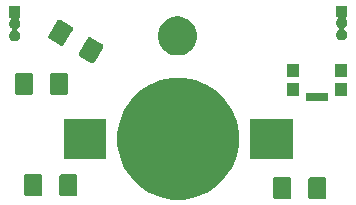
<source format=gbr>
G04 #@! TF.GenerationSoftware,KiCad,Pcbnew,(5.1.5)-3*
G04 #@! TF.CreationDate,2020-05-15T21:02:07+03:00*
G04 #@! TF.ProjectId,ButterflyJewel,42757474-6572-4666-9c79-4a6577656c2e,rev?*
G04 #@! TF.SameCoordinates,Original*
G04 #@! TF.FileFunction,Soldermask,Bot*
G04 #@! TF.FilePolarity,Negative*
%FSLAX46Y46*%
G04 Gerber Fmt 4.6, Leading zero omitted, Abs format (unit mm)*
G04 Created by KiCad (PCBNEW (5.1.5)-3) date 2020-05-15 21:02:07*
%MOMM*%
%LPD*%
G04 APERTURE LIST*
%ADD10C,0.100000*%
G04 APERTURE END LIST*
D10*
G36*
X197590490Y-36448950D02*
G01*
X198139620Y-36676407D01*
X198527913Y-36837243D01*
X199371571Y-37400957D01*
X200089043Y-38118429D01*
X200652757Y-38962087D01*
X200652757Y-38962088D01*
X201041050Y-39899510D01*
X201239000Y-40894669D01*
X201239000Y-41909331D01*
X201041050Y-42904490D01*
X200958824Y-43103000D01*
X200652757Y-43841913D01*
X200089043Y-44685571D01*
X199371571Y-45403043D01*
X198527913Y-45966757D01*
X198207143Y-46099624D01*
X197590490Y-46355050D01*
X196595331Y-46553000D01*
X195580669Y-46553000D01*
X194585510Y-46355050D01*
X193968857Y-46099624D01*
X193648087Y-45966757D01*
X192804429Y-45403043D01*
X192086957Y-44685571D01*
X191523243Y-43841913D01*
X191217176Y-43103000D01*
X191134950Y-42904490D01*
X190937000Y-41909331D01*
X190937000Y-40894669D01*
X191134950Y-39899510D01*
X191523243Y-38962088D01*
X191523243Y-38962087D01*
X192086957Y-38118429D01*
X192804429Y-37400957D01*
X193648087Y-36837243D01*
X194036380Y-36676407D01*
X194585510Y-36448950D01*
X195580669Y-36251000D01*
X196595331Y-36251000D01*
X197590490Y-36448950D01*
G37*
G36*
X208475562Y-44671181D02*
G01*
X208510481Y-44681774D01*
X208542663Y-44698976D01*
X208570873Y-44722127D01*
X208594024Y-44750337D01*
X208611226Y-44782519D01*
X208621819Y-44817438D01*
X208626000Y-44859895D01*
X208626000Y-46326105D01*
X208621819Y-46368562D01*
X208611226Y-46403481D01*
X208594024Y-46435663D01*
X208570873Y-46463873D01*
X208542663Y-46487024D01*
X208510481Y-46504226D01*
X208475562Y-46514819D01*
X208433105Y-46519000D01*
X207291895Y-46519000D01*
X207249438Y-46514819D01*
X207214519Y-46504226D01*
X207182337Y-46487024D01*
X207154127Y-46463873D01*
X207130976Y-46435663D01*
X207113774Y-46403481D01*
X207103181Y-46368562D01*
X207099000Y-46326105D01*
X207099000Y-44859895D01*
X207103181Y-44817438D01*
X207113774Y-44782519D01*
X207130976Y-44750337D01*
X207154127Y-44722127D01*
X207182337Y-44698976D01*
X207214519Y-44681774D01*
X207249438Y-44671181D01*
X207291895Y-44667000D01*
X208433105Y-44667000D01*
X208475562Y-44671181D01*
G37*
G36*
X205500562Y-44671181D02*
G01*
X205535481Y-44681774D01*
X205567663Y-44698976D01*
X205595873Y-44722127D01*
X205619024Y-44750337D01*
X205636226Y-44782519D01*
X205646819Y-44817438D01*
X205651000Y-44859895D01*
X205651000Y-46326105D01*
X205646819Y-46368562D01*
X205636226Y-46403481D01*
X205619024Y-46435663D01*
X205595873Y-46463873D01*
X205567663Y-46487024D01*
X205535481Y-46504226D01*
X205500562Y-46514819D01*
X205458105Y-46519000D01*
X204316895Y-46519000D01*
X204274438Y-46514819D01*
X204239519Y-46504226D01*
X204207337Y-46487024D01*
X204179127Y-46463873D01*
X204155976Y-46435663D01*
X204138774Y-46403481D01*
X204128181Y-46368562D01*
X204124000Y-46326105D01*
X204124000Y-44859895D01*
X204128181Y-44817438D01*
X204138774Y-44782519D01*
X204155976Y-44750337D01*
X204179127Y-44722127D01*
X204207337Y-44698976D01*
X204239519Y-44681774D01*
X204274438Y-44671181D01*
X204316895Y-44667000D01*
X205458105Y-44667000D01*
X205500562Y-44671181D01*
G37*
G36*
X187393562Y-44417181D02*
G01*
X187428481Y-44427774D01*
X187460663Y-44444976D01*
X187488873Y-44468127D01*
X187512024Y-44496337D01*
X187529226Y-44528519D01*
X187539819Y-44563438D01*
X187544000Y-44605895D01*
X187544000Y-46072105D01*
X187539819Y-46114562D01*
X187529226Y-46149481D01*
X187512024Y-46181663D01*
X187488873Y-46209873D01*
X187460663Y-46233024D01*
X187428481Y-46250226D01*
X187393562Y-46260819D01*
X187351105Y-46265000D01*
X186209895Y-46265000D01*
X186167438Y-46260819D01*
X186132519Y-46250226D01*
X186100337Y-46233024D01*
X186072127Y-46209873D01*
X186048976Y-46181663D01*
X186031774Y-46149481D01*
X186021181Y-46114562D01*
X186017000Y-46072105D01*
X186017000Y-44605895D01*
X186021181Y-44563438D01*
X186031774Y-44528519D01*
X186048976Y-44496337D01*
X186072127Y-44468127D01*
X186100337Y-44444976D01*
X186132519Y-44427774D01*
X186167438Y-44417181D01*
X186209895Y-44413000D01*
X187351105Y-44413000D01*
X187393562Y-44417181D01*
G37*
G36*
X184418562Y-44417181D02*
G01*
X184453481Y-44427774D01*
X184485663Y-44444976D01*
X184513873Y-44468127D01*
X184537024Y-44496337D01*
X184554226Y-44528519D01*
X184564819Y-44563438D01*
X184569000Y-44605895D01*
X184569000Y-46072105D01*
X184564819Y-46114562D01*
X184554226Y-46149481D01*
X184537024Y-46181663D01*
X184513873Y-46209873D01*
X184485663Y-46233024D01*
X184453481Y-46250226D01*
X184418562Y-46260819D01*
X184376105Y-46265000D01*
X183234895Y-46265000D01*
X183192438Y-46260819D01*
X183157519Y-46250226D01*
X183125337Y-46233024D01*
X183097127Y-46209873D01*
X183073976Y-46181663D01*
X183056774Y-46149481D01*
X183046181Y-46114562D01*
X183042000Y-46072105D01*
X183042000Y-44605895D01*
X183046181Y-44563438D01*
X183056774Y-44528519D01*
X183073976Y-44496337D01*
X183097127Y-44468127D01*
X183125337Y-44444976D01*
X183157519Y-44427774D01*
X183192438Y-44417181D01*
X183234895Y-44413000D01*
X184376105Y-44413000D01*
X184418562Y-44417181D01*
G37*
G36*
X189989000Y-43103000D02*
G01*
X186387000Y-43103000D01*
X186387000Y-39701000D01*
X189989000Y-39701000D01*
X189989000Y-43103000D01*
G37*
G36*
X205789000Y-43103000D02*
G01*
X202187000Y-43103000D01*
X202187000Y-39701000D01*
X205789000Y-39701000D01*
X205789000Y-43103000D01*
G37*
G36*
X208736500Y-38200000D02*
G01*
X206934500Y-38200000D01*
X206934500Y-37548000D01*
X208736500Y-37548000D01*
X208736500Y-38200000D01*
G37*
G36*
X210386500Y-37800000D02*
G01*
X209384500Y-37800000D01*
X209384500Y-36698000D01*
X210386500Y-36698000D01*
X210386500Y-37800000D01*
G37*
G36*
X206286500Y-37800000D02*
G01*
X205284500Y-37800000D01*
X205284500Y-36698000D01*
X206286500Y-36698000D01*
X206286500Y-37800000D01*
G37*
G36*
X186631562Y-35844681D02*
G01*
X186666481Y-35855274D01*
X186698663Y-35872476D01*
X186726873Y-35895627D01*
X186750024Y-35923837D01*
X186767226Y-35956019D01*
X186777819Y-35990938D01*
X186782000Y-36033395D01*
X186782000Y-37499605D01*
X186777819Y-37542062D01*
X186767226Y-37576981D01*
X186750024Y-37609163D01*
X186726873Y-37637373D01*
X186698663Y-37660524D01*
X186666481Y-37677726D01*
X186631562Y-37688319D01*
X186589105Y-37692500D01*
X185447895Y-37692500D01*
X185405438Y-37688319D01*
X185370519Y-37677726D01*
X185338337Y-37660524D01*
X185310127Y-37637373D01*
X185286976Y-37609163D01*
X185269774Y-37576981D01*
X185259181Y-37542062D01*
X185255000Y-37499605D01*
X185255000Y-36033395D01*
X185259181Y-35990938D01*
X185269774Y-35956019D01*
X185286976Y-35923837D01*
X185310127Y-35895627D01*
X185338337Y-35872476D01*
X185370519Y-35855274D01*
X185405438Y-35844681D01*
X185447895Y-35840500D01*
X186589105Y-35840500D01*
X186631562Y-35844681D01*
G37*
G36*
X183656562Y-35844681D02*
G01*
X183691481Y-35855274D01*
X183723663Y-35872476D01*
X183751873Y-35895627D01*
X183775024Y-35923837D01*
X183792226Y-35956019D01*
X183802819Y-35990938D01*
X183807000Y-36033395D01*
X183807000Y-37499605D01*
X183802819Y-37542062D01*
X183792226Y-37576981D01*
X183775024Y-37609163D01*
X183751873Y-37637373D01*
X183723663Y-37660524D01*
X183691481Y-37677726D01*
X183656562Y-37688319D01*
X183614105Y-37692500D01*
X182472895Y-37692500D01*
X182430438Y-37688319D01*
X182395519Y-37677726D01*
X182363337Y-37660524D01*
X182335127Y-37637373D01*
X182311976Y-37609163D01*
X182294774Y-37576981D01*
X182284181Y-37542062D01*
X182280000Y-37499605D01*
X182280000Y-36033395D01*
X182284181Y-35990938D01*
X182294774Y-35956019D01*
X182311976Y-35923837D01*
X182335127Y-35895627D01*
X182363337Y-35872476D01*
X182395519Y-35855274D01*
X182430438Y-35844681D01*
X182472895Y-35840500D01*
X183614105Y-35840500D01*
X183656562Y-35844681D01*
G37*
G36*
X206286500Y-36200000D02*
G01*
X205284500Y-36200000D01*
X205284500Y-35098000D01*
X206286500Y-35098000D01*
X206286500Y-36200000D01*
G37*
G36*
X210386500Y-36200000D02*
G01*
X209384500Y-36200000D01*
X209384500Y-35098000D01*
X210386500Y-35098000D01*
X210386500Y-36200000D01*
G37*
G36*
X188598838Y-32805294D02*
G01*
X188634375Y-32813581D01*
X188673231Y-32831186D01*
X188738180Y-32868684D01*
X188738186Y-32868687D01*
X189596599Y-33364292D01*
X189596603Y-33364295D01*
X189661550Y-33401792D01*
X189696229Y-33426643D01*
X189721173Y-33453275D01*
X189740442Y-33484262D01*
X189753298Y-33518421D01*
X189759242Y-33554421D01*
X189758048Y-33590896D01*
X189749761Y-33626433D01*
X189732156Y-33665289D01*
X189694658Y-33730238D01*
X189694655Y-33730244D01*
X189036550Y-34870115D01*
X189036547Y-34870119D01*
X188999050Y-34935066D01*
X188974199Y-34969745D01*
X188947567Y-34994689D01*
X188916580Y-35013958D01*
X188882421Y-35026814D01*
X188846421Y-35032758D01*
X188809946Y-35031564D01*
X188774409Y-35023277D01*
X188735553Y-35005672D01*
X188670604Y-34968174D01*
X188670598Y-34968171D01*
X187812185Y-34472566D01*
X187812181Y-34472563D01*
X187747234Y-34435066D01*
X187712555Y-34410215D01*
X187687611Y-34383583D01*
X187668342Y-34352596D01*
X187655486Y-34318437D01*
X187649542Y-34282437D01*
X187650736Y-34245962D01*
X187659023Y-34210425D01*
X187676628Y-34171569D01*
X187714126Y-34106620D01*
X187714129Y-34106614D01*
X188372234Y-32966743D01*
X188372237Y-32966739D01*
X188409734Y-32901792D01*
X188434585Y-32867113D01*
X188461217Y-32842169D01*
X188492204Y-32822900D01*
X188526363Y-32810044D01*
X188562363Y-32804100D01*
X188598838Y-32805294D01*
G37*
G36*
X196357546Y-31085402D02*
G01*
X196506079Y-31114947D01*
X196615242Y-31160164D01*
X196801386Y-31237267D01*
X196806542Y-31239403D01*
X197076951Y-31420085D01*
X197306915Y-31650049D01*
X197487597Y-31920458D01*
X197607916Y-32210933D01*
X197612053Y-32220922D01*
X197675500Y-32539889D01*
X197675500Y-32865111D01*
X197612053Y-33184078D01*
X197488549Y-33482245D01*
X197487597Y-33484542D01*
X197306915Y-33754951D01*
X197076951Y-33984915D01*
X196806542Y-34165597D01*
X196806541Y-34165598D01*
X196806540Y-34165598D01*
X196718537Y-34202050D01*
X196506079Y-34290053D01*
X196406311Y-34309898D01*
X196187111Y-34353500D01*
X195861889Y-34353500D01*
X195642689Y-34309898D01*
X195542921Y-34290053D01*
X195330463Y-34202050D01*
X195242460Y-34165598D01*
X195242459Y-34165598D01*
X195242458Y-34165597D01*
X194972049Y-33984915D01*
X194742085Y-33754951D01*
X194561403Y-33484542D01*
X194560452Y-33482245D01*
X194436947Y-33184078D01*
X194373500Y-32865111D01*
X194373500Y-32539889D01*
X194436947Y-32220922D01*
X194441085Y-32210933D01*
X194561403Y-31920458D01*
X194742085Y-31650049D01*
X194972049Y-31420085D01*
X195242458Y-31239403D01*
X195247615Y-31237267D01*
X195433758Y-31160164D01*
X195542921Y-31114947D01*
X195691454Y-31085402D01*
X195861889Y-31051500D01*
X196187111Y-31051500D01*
X196357546Y-31085402D01*
G37*
G36*
X186022412Y-31317794D02*
G01*
X186057949Y-31326081D01*
X186096805Y-31343686D01*
X186161754Y-31381184D01*
X186161760Y-31381187D01*
X187020173Y-31876792D01*
X187020177Y-31876795D01*
X187085124Y-31914292D01*
X187119803Y-31939143D01*
X187144747Y-31965775D01*
X187164016Y-31996762D01*
X187176872Y-32030921D01*
X187182816Y-32066921D01*
X187181622Y-32103396D01*
X187173335Y-32138933D01*
X187155730Y-32177789D01*
X187118232Y-32242738D01*
X187118229Y-32242744D01*
X186460124Y-33382615D01*
X186460121Y-33382619D01*
X186422624Y-33447566D01*
X186397773Y-33482245D01*
X186371141Y-33507189D01*
X186340154Y-33526458D01*
X186305995Y-33539314D01*
X186269995Y-33545258D01*
X186233520Y-33544064D01*
X186197983Y-33535777D01*
X186159127Y-33518172D01*
X186094178Y-33480674D01*
X186094172Y-33480671D01*
X185235759Y-32985066D01*
X185235755Y-32985063D01*
X185170808Y-32947566D01*
X185136129Y-32922715D01*
X185111185Y-32896083D01*
X185091916Y-32865096D01*
X185079060Y-32830937D01*
X185073116Y-32794937D01*
X185074310Y-32758462D01*
X185082597Y-32722925D01*
X185100202Y-32684069D01*
X185137700Y-32619120D01*
X185137703Y-32619114D01*
X185795808Y-31479243D01*
X185795811Y-31479239D01*
X185833308Y-31414292D01*
X185858159Y-31379613D01*
X185884791Y-31354669D01*
X185915778Y-31335400D01*
X185949937Y-31322544D01*
X185985937Y-31316600D01*
X186022412Y-31317794D01*
G37*
G36*
X182721000Y-31146500D02*
G01*
X182695940Y-31146500D01*
X182671554Y-31148902D01*
X182648105Y-31156015D01*
X182626494Y-31167566D01*
X182607552Y-31183111D01*
X182592007Y-31202053D01*
X182580456Y-31223664D01*
X182573343Y-31247113D01*
X182570941Y-31271499D01*
X182573343Y-31295885D01*
X182580456Y-31319334D01*
X182592007Y-31340945D01*
X182607552Y-31359887D01*
X182614733Y-31367068D01*
X182666826Y-31445030D01*
X182666826Y-31445031D01*
X182702708Y-31531657D01*
X182721000Y-31623617D01*
X182721000Y-31717383D01*
X182702708Y-31809343D01*
X182693128Y-31832470D01*
X182666826Y-31895970D01*
X182650463Y-31920458D01*
X182614733Y-31973932D01*
X182548430Y-32040235D01*
X182509021Y-32066567D01*
X182490079Y-32082112D01*
X182474534Y-32101054D01*
X182462982Y-32122664D01*
X182455869Y-32146113D01*
X182453467Y-32170499D01*
X182455869Y-32194885D01*
X182462982Y-32218334D01*
X182474533Y-32239945D01*
X182490078Y-32258887D01*
X182509021Y-32274433D01*
X182548430Y-32300765D01*
X182614733Y-32367068D01*
X182666826Y-32445030D01*
X182666826Y-32445031D01*
X182702708Y-32531657D01*
X182721000Y-32623617D01*
X182721000Y-32717383D01*
X182702708Y-32809343D01*
X182692044Y-32835088D01*
X182666826Y-32895970D01*
X182614733Y-32973932D01*
X182548432Y-33040233D01*
X182470470Y-33092326D01*
X182434588Y-33107189D01*
X182383843Y-33128208D01*
X182291883Y-33146500D01*
X182198117Y-33146500D01*
X182106157Y-33128208D01*
X182055412Y-33107189D01*
X182019530Y-33092326D01*
X181941568Y-33040233D01*
X181875267Y-32973932D01*
X181823174Y-32895970D01*
X181797956Y-32835088D01*
X181787292Y-32809343D01*
X181769000Y-32717383D01*
X181769000Y-32623617D01*
X181787292Y-32531657D01*
X181823174Y-32445031D01*
X181823174Y-32445030D01*
X181875267Y-32367068D01*
X181941570Y-32300765D01*
X181980979Y-32274433D01*
X181999921Y-32258888D01*
X182015466Y-32239946D01*
X182027018Y-32218336D01*
X182034131Y-32194887D01*
X182036533Y-32170501D01*
X182034131Y-32146115D01*
X182027018Y-32122666D01*
X182015467Y-32101055D01*
X181999922Y-32082113D01*
X181980979Y-32066567D01*
X181941570Y-32040235D01*
X181875267Y-31973932D01*
X181839537Y-31920458D01*
X181823174Y-31895970D01*
X181796872Y-31832470D01*
X181787292Y-31809343D01*
X181769000Y-31717383D01*
X181769000Y-31623617D01*
X181787292Y-31531657D01*
X181823174Y-31445031D01*
X181823174Y-31445030D01*
X181875267Y-31367068D01*
X181882448Y-31359887D01*
X181897993Y-31340945D01*
X181909544Y-31319334D01*
X181916657Y-31295885D01*
X181919059Y-31271499D01*
X181916657Y-31247113D01*
X181909544Y-31223664D01*
X181897993Y-31202053D01*
X181882448Y-31183111D01*
X181863506Y-31167566D01*
X181841895Y-31156015D01*
X181818446Y-31148902D01*
X181794060Y-31146500D01*
X181769000Y-31146500D01*
X181769000Y-30194500D01*
X182721000Y-30194500D01*
X182721000Y-31146500D01*
G37*
G36*
X210407000Y-31083000D02*
G01*
X210381940Y-31083000D01*
X210357554Y-31085402D01*
X210334105Y-31092515D01*
X210312494Y-31104066D01*
X210293552Y-31119611D01*
X210278007Y-31138553D01*
X210266456Y-31160164D01*
X210259343Y-31183613D01*
X210256941Y-31207999D01*
X210259343Y-31232385D01*
X210266456Y-31255834D01*
X210278007Y-31277445D01*
X210293552Y-31296387D01*
X210300733Y-31303568D01*
X210352826Y-31381530D01*
X210352826Y-31381531D01*
X210388708Y-31468157D01*
X210407000Y-31560117D01*
X210407000Y-31653883D01*
X210388708Y-31745843D01*
X210367689Y-31796588D01*
X210352826Y-31832470D01*
X210310397Y-31895969D01*
X210300733Y-31910432D01*
X210234430Y-31976735D01*
X210195021Y-32003067D01*
X210176079Y-32018612D01*
X210160534Y-32037554D01*
X210148982Y-32059164D01*
X210141869Y-32082613D01*
X210139467Y-32106999D01*
X210141869Y-32131385D01*
X210148982Y-32154834D01*
X210160533Y-32176445D01*
X210176078Y-32195387D01*
X210195021Y-32210933D01*
X210234430Y-32237265D01*
X210300733Y-32303568D01*
X210352826Y-32381530D01*
X210352826Y-32381531D01*
X210388708Y-32468157D01*
X210407000Y-32560117D01*
X210407000Y-32653883D01*
X210388708Y-32745843D01*
X210383481Y-32758462D01*
X210352826Y-32832470D01*
X210300733Y-32910432D01*
X210234432Y-32976733D01*
X210156470Y-33028826D01*
X210120588Y-33043689D01*
X210069843Y-33064708D01*
X209977883Y-33083000D01*
X209884117Y-33083000D01*
X209792157Y-33064708D01*
X209741412Y-33043689D01*
X209705530Y-33028826D01*
X209627568Y-32976733D01*
X209561267Y-32910432D01*
X209509174Y-32832470D01*
X209478519Y-32758462D01*
X209473292Y-32745843D01*
X209455000Y-32653883D01*
X209455000Y-32560117D01*
X209473292Y-32468157D01*
X209509174Y-32381531D01*
X209509174Y-32381530D01*
X209561267Y-32303568D01*
X209627570Y-32237265D01*
X209666979Y-32210933D01*
X209685921Y-32195388D01*
X209701466Y-32176446D01*
X209713018Y-32154836D01*
X209720131Y-32131387D01*
X209722533Y-32107001D01*
X209720131Y-32082615D01*
X209713018Y-32059166D01*
X209701467Y-32037555D01*
X209685922Y-32018613D01*
X209666979Y-32003067D01*
X209627570Y-31976735D01*
X209561267Y-31910432D01*
X209551603Y-31895969D01*
X209509174Y-31832470D01*
X209494311Y-31796588D01*
X209473292Y-31745843D01*
X209455000Y-31653883D01*
X209455000Y-31560117D01*
X209473292Y-31468157D01*
X209509174Y-31381531D01*
X209509174Y-31381530D01*
X209561267Y-31303568D01*
X209568448Y-31296387D01*
X209583993Y-31277445D01*
X209595544Y-31255834D01*
X209602657Y-31232385D01*
X209605059Y-31207999D01*
X209602657Y-31183613D01*
X209595544Y-31160164D01*
X209583993Y-31138553D01*
X209568448Y-31119611D01*
X209549506Y-31104066D01*
X209527895Y-31092515D01*
X209504446Y-31085402D01*
X209480060Y-31083000D01*
X209455000Y-31083000D01*
X209455000Y-30131000D01*
X210407000Y-30131000D01*
X210407000Y-31083000D01*
G37*
M02*

</source>
